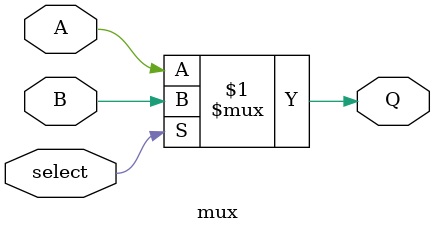
<source format=v>
`timescale 1ns / 1ps


module mux(Q,A,B,select);
    input A,B; 
    input select;
    output Q;
          
 assign Q = select? B:A;

endmodule

</source>
